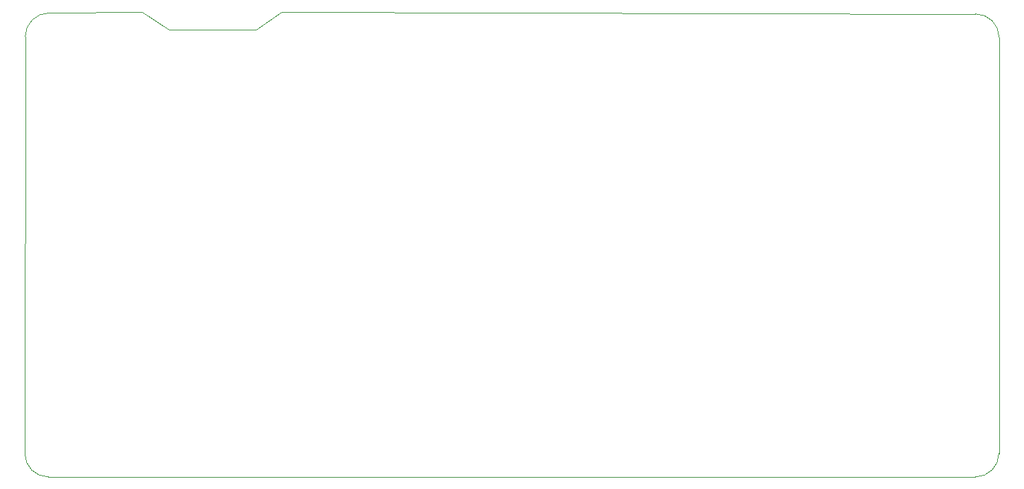
<source format=gbr>
%TF.GenerationSoftware,KiCad,Pcbnew,7.0.5-0*%
%TF.CreationDate,2023-11-25T09:03:29+00:00*%
%TF.ProjectId,PicoWDebugger,5069636f-5744-4656-9275-676765722e6b,rev?*%
%TF.SameCoordinates,Original*%
%TF.FileFunction,Profile,NP*%
%FSLAX46Y46*%
G04 Gerber Fmt 4.6, Leading zero omitted, Abs format (unit mm)*
G04 Created by KiCad (PCBNEW 7.0.5-0) date 2023-11-25 09:03:29*
%MOMM*%
%LPD*%
G01*
G04 APERTURE LIST*
%TA.AperFunction,Profile*%
%ADD10C,0.100000*%
%TD*%
G04 APERTURE END LIST*
D10*
X47172577Y-121952423D02*
G75*
G03*
X49997577Y-124777423I2825023J23D01*
G01*
X50047577Y-69197577D02*
G75*
G03*
X47222577Y-72022577I23J-2825023D01*
G01*
X61250000Y-69075000D02*
X50047577Y-69197577D01*
X49997577Y-124777423D02*
X160977423Y-124777423D01*
X159650000Y-69300000D02*
X77900000Y-69075000D01*
X77900000Y-69075000D02*
X74875000Y-71150000D01*
X64400000Y-71150000D02*
X74875000Y-71150000D01*
X163825000Y-72125000D02*
G75*
G03*
X161000000Y-69300000I-2825000J0D01*
G01*
X64400000Y-71150000D02*
X61250000Y-69075000D01*
X160977423Y-124777423D02*
G75*
G03*
X163802423Y-121952423I-23J2825023D01*
G01*
X159650000Y-69300000D02*
X161000000Y-69300000D01*
X47222577Y-72022577D02*
X47172577Y-121952423D01*
X163802423Y-121952423D02*
X163825000Y-72125000D01*
M02*

</source>
